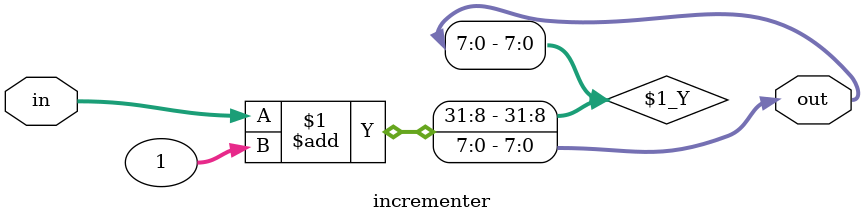
<source format=v>
module incrementer(in, out);
	parameter dw = 8;
	
	input [dw-1:0] in;
	output [dw-1:0] out;
	
	assign out = in + 1;
endmodule
	
</source>
